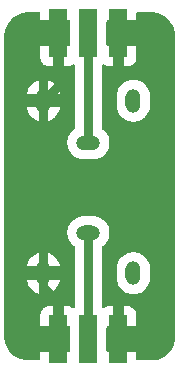
<source format=gtl>
G04 Layer: TopLayer*
G04 EasyEDA v6.5.39, 2023-12-20 21:18:59*
G04 2abf5bc968cf43d49ad104ab59b79dd7,7f4f139de444478fbfc4ecf2935d5a69,10*
G04 Gerber Generator version 0.2*
G04 Scale: 100 percent, Rotated: No, Reflected: No *
G04 Dimensions in millimeters *
G04 leading zeros omitted , absolute positions ,4 integer and 5 decimal *
%FSLAX45Y45*%
%MOMM*%

%ADD10C,0.7620*%
%ADD11R,1.5240X4.0640*%
%ADD12O,1.27X2.032*%
%ADD13O,2.032X1.27*%

%LPD*%
G36*
X254355Y48514D02*
G01*
X234696Y49479D01*
X216052Y52120D01*
X197713Y56489D01*
X179832Y62534D01*
X162610Y70154D01*
X146202Y79349D01*
X130657Y90068D01*
X116179Y102108D01*
X102870Y115468D01*
X90881Y129997D01*
X80264Y145592D01*
X71120Y162052D01*
X63550Y179324D01*
X57607Y197205D01*
X53340Y215595D01*
X50800Y234238D01*
X49885Y253390D01*
X49885Y2791815D01*
X50850Y2811881D01*
X53492Y2830576D01*
X57861Y2848914D01*
X63906Y2866745D01*
X71577Y2883966D01*
X80772Y2900426D01*
X91440Y2915920D01*
X103530Y2930398D01*
X116890Y2943707D01*
X131419Y2955696D01*
X146964Y2966313D01*
X163474Y2975457D01*
X180746Y2983026D01*
X198628Y2988970D01*
X216966Y2993237D01*
X235661Y2995828D01*
X254812Y2996692D01*
X344932Y2996692D01*
X348843Y2995930D01*
X352094Y2993694D01*
X354330Y2990443D01*
X355092Y2986532D01*
X355092Y2927350D01*
X463550Y2927350D01*
X463550Y2986532D01*
X464312Y2990443D01*
X466547Y2993694D01*
X469798Y2995930D01*
X473709Y2996692D01*
X542290Y2996692D01*
X546201Y2995930D01*
X549452Y2993694D01*
X551688Y2990443D01*
X552450Y2986532D01*
X552450Y2927350D01*
X598932Y2927350D01*
X602843Y2926588D01*
X606094Y2924352D01*
X608330Y2921101D01*
X609092Y2917190D01*
X609092Y2721610D01*
X608330Y2717698D01*
X606094Y2714447D01*
X602843Y2712212D01*
X598932Y2711450D01*
X552450Y2711450D01*
X552450Y2539492D01*
X583844Y2539492D01*
X595122Y2540304D01*
X605790Y2542641D01*
X616051Y2546451D01*
X625652Y2551684D01*
X628904Y2554122D01*
X632815Y2555900D01*
X637184Y2555900D01*
X641096Y2554122D01*
X645312Y2550363D01*
X646684Y2547569D01*
X647192Y2544470D01*
X647192Y2014728D01*
X646684Y2011578D01*
X645210Y2008733D01*
X642924Y2006447D01*
X636473Y2001926D01*
X624789Y1991410D01*
X614273Y1979726D01*
X605180Y1966874D01*
X597611Y1953107D01*
X591566Y1938578D01*
X587248Y1923491D01*
X584606Y1907997D01*
X583692Y1892300D01*
X584606Y1876602D01*
X587248Y1861108D01*
X591566Y1846021D01*
X597611Y1831492D01*
X605180Y1817725D01*
X614273Y1804873D01*
X624789Y1793189D01*
X636473Y1782673D01*
X649325Y1773580D01*
X663092Y1766011D01*
X677621Y1759966D01*
X692708Y1755648D01*
X708202Y1753006D01*
X724204Y1752092D01*
X799795Y1752092D01*
X815797Y1753006D01*
X831291Y1755648D01*
X846378Y1759966D01*
X860907Y1766011D01*
X874674Y1773580D01*
X887526Y1782673D01*
X899210Y1793189D01*
X909726Y1804873D01*
X918819Y1817725D01*
X926388Y1831492D01*
X932434Y1846021D01*
X936752Y1861108D01*
X939393Y1876602D01*
X940308Y1892300D01*
X939393Y1907997D01*
X936752Y1923491D01*
X932434Y1938578D01*
X926388Y1953107D01*
X918819Y1966874D01*
X909726Y1979726D01*
X899210Y1991410D01*
X887526Y2001926D01*
X881075Y2006447D01*
X878789Y2008733D01*
X877316Y2011578D01*
X876808Y2014728D01*
X876808Y2544470D01*
X877265Y2547569D01*
X878687Y2550363D01*
X882903Y2554122D01*
X886815Y2555900D01*
X891184Y2555900D01*
X895096Y2554122D01*
X898347Y2551684D01*
X907948Y2546451D01*
X918210Y2542641D01*
X928878Y2540304D01*
X940155Y2539492D01*
X971550Y2539492D01*
X971550Y2711450D01*
X925068Y2711450D01*
X921156Y2712212D01*
X917905Y2714447D01*
X915669Y2717698D01*
X914908Y2721610D01*
X914908Y2917190D01*
X915669Y2921101D01*
X917905Y2924352D01*
X921156Y2926588D01*
X925068Y2927350D01*
X971550Y2927350D01*
X971550Y2986532D01*
X972312Y2990443D01*
X974547Y2993694D01*
X977798Y2995930D01*
X981710Y2996692D01*
X1050290Y2996692D01*
X1054201Y2995930D01*
X1057452Y2993694D01*
X1059688Y2990443D01*
X1060450Y2986532D01*
X1060450Y2927350D01*
X1168908Y2927350D01*
X1168908Y2986532D01*
X1169670Y2990443D01*
X1171905Y2993694D01*
X1175156Y2995930D01*
X1179068Y2996692D01*
X1293672Y2996692D01*
X1313281Y2995726D01*
X1331925Y2993085D01*
X1350264Y2988716D01*
X1368145Y2982671D01*
X1385366Y2975051D01*
X1401826Y2965856D01*
X1417320Y2955137D01*
X1431798Y2943098D01*
X1445107Y2929737D01*
X1457096Y2915208D01*
X1467713Y2899613D01*
X1476857Y2883154D01*
X1484426Y2865882D01*
X1490370Y2848000D01*
X1494637Y2829610D01*
X1497228Y2810967D01*
X1498092Y2791815D01*
X1498092Y253390D01*
X1497126Y233324D01*
X1494485Y214629D01*
X1490116Y196291D01*
X1484071Y178460D01*
X1476451Y161239D01*
X1467205Y144780D01*
X1456537Y129285D01*
X1444447Y114808D01*
X1431086Y101498D01*
X1416608Y89509D01*
X1401013Y78892D01*
X1384503Y69748D01*
X1367282Y62179D01*
X1349400Y56235D01*
X1331010Y51968D01*
X1312367Y49377D01*
X1293164Y48514D01*
X1179068Y48514D01*
X1175156Y49276D01*
X1171905Y51511D01*
X1169670Y54762D01*
X1168908Y58674D01*
X1168908Y120650D01*
X1060450Y120650D01*
X1060450Y58674D01*
X1059688Y54762D01*
X1057452Y51511D01*
X1054201Y49276D01*
X1050290Y48514D01*
X981710Y48514D01*
X977798Y49276D01*
X974547Y51511D01*
X972312Y54762D01*
X971550Y58674D01*
X971550Y120650D01*
X925068Y120650D01*
X921156Y121412D01*
X917905Y123647D01*
X915669Y126898D01*
X914908Y130810D01*
X914908Y326390D01*
X915669Y330301D01*
X917905Y333552D01*
X921156Y335788D01*
X925068Y336550D01*
X971550Y336550D01*
X971550Y508508D01*
X940155Y508508D01*
X928878Y507695D01*
X918210Y505358D01*
X907948Y501548D01*
X898347Y496316D01*
X895096Y493877D01*
X891184Y492099D01*
X886815Y492099D01*
X882903Y493877D01*
X878687Y497636D01*
X877265Y500430D01*
X876808Y503529D01*
X876808Y1007871D01*
X877316Y1011021D01*
X878789Y1013866D01*
X881075Y1016152D01*
X887526Y1020673D01*
X899210Y1031189D01*
X909726Y1042873D01*
X918819Y1055725D01*
X926388Y1069492D01*
X932434Y1084021D01*
X936752Y1099108D01*
X939393Y1114602D01*
X940308Y1130300D01*
X939393Y1145997D01*
X936752Y1161491D01*
X932434Y1176578D01*
X926388Y1191107D01*
X918819Y1204874D01*
X909726Y1217726D01*
X899210Y1229410D01*
X887526Y1239926D01*
X874674Y1249019D01*
X860907Y1256588D01*
X846378Y1262634D01*
X831291Y1266952D01*
X815797Y1269593D01*
X799795Y1270508D01*
X724204Y1270508D01*
X708202Y1269593D01*
X692708Y1266952D01*
X677621Y1262634D01*
X663092Y1256588D01*
X649325Y1249019D01*
X636473Y1239926D01*
X624789Y1229410D01*
X614273Y1217726D01*
X605180Y1204874D01*
X597611Y1191107D01*
X591566Y1176578D01*
X587248Y1161491D01*
X584606Y1145997D01*
X583692Y1130300D01*
X584606Y1114602D01*
X587248Y1099108D01*
X591566Y1084021D01*
X597611Y1069492D01*
X605180Y1055725D01*
X614273Y1042873D01*
X624789Y1031189D01*
X636473Y1020673D01*
X642924Y1016152D01*
X645210Y1013866D01*
X646684Y1011021D01*
X647192Y1007871D01*
X647192Y503529D01*
X646684Y500430D01*
X645312Y497636D01*
X641096Y493877D01*
X637184Y492099D01*
X632815Y492099D01*
X628904Y493877D01*
X625652Y496316D01*
X616051Y501548D01*
X605790Y505358D01*
X595122Y507695D01*
X583844Y508508D01*
X552450Y508508D01*
X552450Y336550D01*
X598932Y336550D01*
X602843Y335788D01*
X606094Y333552D01*
X608330Y330301D01*
X609092Y326390D01*
X609092Y130810D01*
X608330Y126898D01*
X606094Y123647D01*
X602843Y121412D01*
X598932Y120650D01*
X552450Y120650D01*
X552450Y58674D01*
X551688Y54762D01*
X549452Y51511D01*
X546201Y49276D01*
X542290Y48514D01*
X473709Y48514D01*
X469798Y49276D01*
X466547Y51511D01*
X464312Y54762D01*
X463550Y58674D01*
X463550Y120650D01*
X355092Y120650D01*
X355092Y58674D01*
X354330Y54762D01*
X352094Y51511D01*
X348843Y49276D01*
X344932Y48514D01*
G37*

%LPC*%
G36*
X1060450Y336550D02*
G01*
X1168908Y336550D01*
X1168908Y431444D01*
X1168095Y442722D01*
X1165758Y453390D01*
X1161948Y463651D01*
X1156716Y473252D01*
X1150162Y482041D01*
X1142441Y489762D01*
X1133652Y496316D01*
X1124051Y501548D01*
X1113790Y505358D01*
X1103122Y507695D01*
X1091844Y508508D01*
X1060450Y508508D01*
G37*
G36*
X355092Y336550D02*
G01*
X463550Y336550D01*
X463550Y508508D01*
X432155Y508508D01*
X420878Y507695D01*
X410209Y505358D01*
X399948Y501548D01*
X390347Y496316D01*
X381558Y489762D01*
X373837Y482041D01*
X367284Y473252D01*
X362051Y463651D01*
X358241Y453390D01*
X355904Y442722D01*
X355092Y431444D01*
G37*
G36*
X1143000Y609092D02*
G01*
X1158697Y610006D01*
X1174191Y612648D01*
X1189278Y616966D01*
X1203807Y623011D01*
X1217574Y630580D01*
X1230426Y639673D01*
X1242110Y650189D01*
X1252626Y661873D01*
X1261719Y674725D01*
X1269288Y688492D01*
X1275334Y703021D01*
X1279652Y718108D01*
X1282293Y733602D01*
X1283208Y749604D01*
X1283208Y825195D01*
X1282293Y841197D01*
X1279652Y856691D01*
X1275334Y871778D01*
X1269288Y886307D01*
X1261719Y900074D01*
X1252626Y912926D01*
X1242110Y924610D01*
X1230426Y935126D01*
X1217574Y944219D01*
X1203807Y951788D01*
X1189278Y957834D01*
X1174191Y962152D01*
X1158697Y964793D01*
X1143000Y965708D01*
X1127302Y964793D01*
X1111808Y962152D01*
X1096721Y957834D01*
X1082192Y951788D01*
X1068425Y944219D01*
X1055573Y935126D01*
X1043889Y924610D01*
X1033373Y912926D01*
X1024280Y900074D01*
X1016711Y886307D01*
X1010666Y871778D01*
X1006348Y856691D01*
X1003706Y841197D01*
X1002792Y825195D01*
X1002792Y749604D01*
X1003706Y733602D01*
X1006348Y718108D01*
X1010666Y703021D01*
X1016711Y688492D01*
X1024280Y674725D01*
X1033373Y661873D01*
X1043889Y650189D01*
X1055573Y639673D01*
X1068425Y630580D01*
X1082192Y623011D01*
X1096721Y616966D01*
X1111808Y612648D01*
X1127302Y610006D01*
G37*
G36*
X419100Y614629D02*
G01*
X427278Y616966D01*
X441807Y623011D01*
X455574Y630580D01*
X468426Y639673D01*
X480110Y650189D01*
X490626Y661873D01*
X499719Y674725D01*
X507288Y688492D01*
X513334Y703021D01*
X517651Y718108D01*
X519734Y730250D01*
X419100Y730250D01*
G37*
G36*
X342900Y614629D02*
G01*
X342900Y730250D01*
X242265Y730250D01*
X244348Y718108D01*
X248666Y703021D01*
X254711Y688492D01*
X262280Y674725D01*
X271373Y661873D01*
X281889Y650189D01*
X293573Y639673D01*
X306425Y630580D01*
X320192Y623011D01*
X334721Y616966D01*
G37*
G36*
X242265Y844550D02*
G01*
X342900Y844550D01*
X342900Y960170D01*
X334721Y957834D01*
X320192Y951788D01*
X306425Y944219D01*
X293573Y935126D01*
X281889Y924610D01*
X271373Y912926D01*
X262280Y900074D01*
X254711Y886307D01*
X248666Y871778D01*
X244348Y856691D01*
G37*
G36*
X419100Y844550D02*
G01*
X519734Y844550D01*
X517651Y856691D01*
X513334Y871778D01*
X507288Y886307D01*
X499719Y900074D01*
X490626Y912926D01*
X480110Y924610D01*
X468426Y935126D01*
X455574Y944219D01*
X441807Y951788D01*
X427278Y957834D01*
X419100Y960170D01*
G37*
G36*
X1143000Y2069592D02*
G01*
X1158697Y2070506D01*
X1174191Y2073148D01*
X1189278Y2077466D01*
X1203807Y2083511D01*
X1217574Y2091080D01*
X1230426Y2100173D01*
X1242110Y2110689D01*
X1252626Y2122373D01*
X1261719Y2135225D01*
X1269288Y2148992D01*
X1275334Y2163521D01*
X1279652Y2178608D01*
X1282293Y2194102D01*
X1283208Y2210104D01*
X1283208Y2285695D01*
X1282293Y2301697D01*
X1279652Y2317191D01*
X1275334Y2332278D01*
X1269288Y2346807D01*
X1261719Y2360574D01*
X1252626Y2373426D01*
X1242110Y2385110D01*
X1230426Y2395626D01*
X1217574Y2404719D01*
X1203807Y2412288D01*
X1189278Y2418334D01*
X1174191Y2422652D01*
X1158697Y2425293D01*
X1143000Y2426208D01*
X1127302Y2425293D01*
X1111808Y2422652D01*
X1096721Y2418334D01*
X1082192Y2412288D01*
X1068425Y2404719D01*
X1055573Y2395626D01*
X1043889Y2385110D01*
X1033373Y2373426D01*
X1024280Y2360574D01*
X1016711Y2346807D01*
X1010666Y2332278D01*
X1006348Y2317191D01*
X1003706Y2301697D01*
X1002792Y2285695D01*
X1002792Y2210104D01*
X1003706Y2194102D01*
X1006348Y2178608D01*
X1010666Y2163521D01*
X1016711Y2148992D01*
X1024280Y2135225D01*
X1033373Y2122373D01*
X1043889Y2110689D01*
X1055573Y2100173D01*
X1068425Y2091080D01*
X1082192Y2083511D01*
X1096721Y2077466D01*
X1111808Y2073148D01*
X1127302Y2070506D01*
G37*
G36*
X419100Y2075129D02*
G01*
X427278Y2077466D01*
X441807Y2083511D01*
X455574Y2091080D01*
X468426Y2100173D01*
X480110Y2110689D01*
X490626Y2122373D01*
X499719Y2135225D01*
X507288Y2148992D01*
X513334Y2163521D01*
X517651Y2178608D01*
X519734Y2190750D01*
X419100Y2190750D01*
G37*
G36*
X342900Y2075129D02*
G01*
X342900Y2190750D01*
X242265Y2190750D01*
X244348Y2178608D01*
X248666Y2163521D01*
X254711Y2148992D01*
X262280Y2135225D01*
X271373Y2122373D01*
X281889Y2110689D01*
X293573Y2100173D01*
X306425Y2091080D01*
X320192Y2083511D01*
X334721Y2077466D01*
G37*
G36*
X419100Y2305050D02*
G01*
X519734Y2305050D01*
X517651Y2317191D01*
X513334Y2332278D01*
X507288Y2346807D01*
X499719Y2360574D01*
X490626Y2373426D01*
X480110Y2385110D01*
X468426Y2395626D01*
X455574Y2404719D01*
X441807Y2412288D01*
X427278Y2418334D01*
X419100Y2420670D01*
G37*
G36*
X242265Y2305050D02*
G01*
X342900Y2305050D01*
X342900Y2420670D01*
X334721Y2418334D01*
X320192Y2412288D01*
X306425Y2404719D01*
X293573Y2395626D01*
X281889Y2385110D01*
X271373Y2373426D01*
X262280Y2360574D01*
X254711Y2346807D01*
X248666Y2332278D01*
X244348Y2317191D01*
G37*
G36*
X432155Y2539492D02*
G01*
X463550Y2539492D01*
X463550Y2711450D01*
X355092Y2711450D01*
X355092Y2616555D01*
X355904Y2605278D01*
X358241Y2594610D01*
X362051Y2584348D01*
X367284Y2574747D01*
X373837Y2565958D01*
X381558Y2558237D01*
X390347Y2551684D01*
X399948Y2546451D01*
X410209Y2542641D01*
X420878Y2540304D01*
G37*
G36*
X1060450Y2539492D02*
G01*
X1091844Y2539492D01*
X1103122Y2540304D01*
X1113790Y2542641D01*
X1124051Y2546451D01*
X1133652Y2551684D01*
X1142441Y2558237D01*
X1150162Y2565958D01*
X1156716Y2574747D01*
X1161948Y2584348D01*
X1165758Y2594610D01*
X1168095Y2605278D01*
X1168908Y2616555D01*
X1168908Y2711450D01*
X1060450Y2711450D01*
G37*

%LPD*%
D10*
X380994Y1511300D02*
G01*
X380994Y2247900D01*
X380994Y787400D02*
G01*
X380994Y1511300D01*
X978098Y1511300D02*
G01*
X380994Y1511300D01*
X978098Y1511300D02*
G01*
X978098Y2055672D01*
X964839Y2068931D01*
X964839Y2450719D01*
X1015994Y2501874D01*
X1015994Y546125D02*
G01*
X953460Y608660D01*
X953460Y943889D01*
X978098Y968527D01*
X978098Y1511300D01*
X507994Y546125D02*
G01*
X380994Y673125D01*
X380994Y787400D01*
X1015994Y2819400D02*
G01*
X1015994Y2501874D01*
X1015994Y228600D02*
G01*
X1015994Y546125D01*
X507994Y2819400D02*
G01*
X507994Y2374900D01*
X380994Y2247900D01*
X507994Y228600D02*
G01*
X507994Y546125D01*
X761994Y228600D02*
G01*
X761994Y1130300D01*
X761994Y2819400D02*
G01*
X761994Y1892300D01*
D11*
G01*
X508000Y2819400D03*
G01*
X762000Y2819400D03*
G01*
X1016000Y2819400D03*
G01*
X508000Y228600D03*
G01*
X762000Y228600D03*
G01*
X1016000Y228600D03*
D12*
G01*
X381000Y2247900D03*
G01*
X1143000Y2247900D03*
G01*
X381000Y787400D03*
G01*
X1143000Y787400D03*
D13*
G01*
X762000Y1130300D03*
G01*
X762000Y1892300D03*
M02*

</source>
